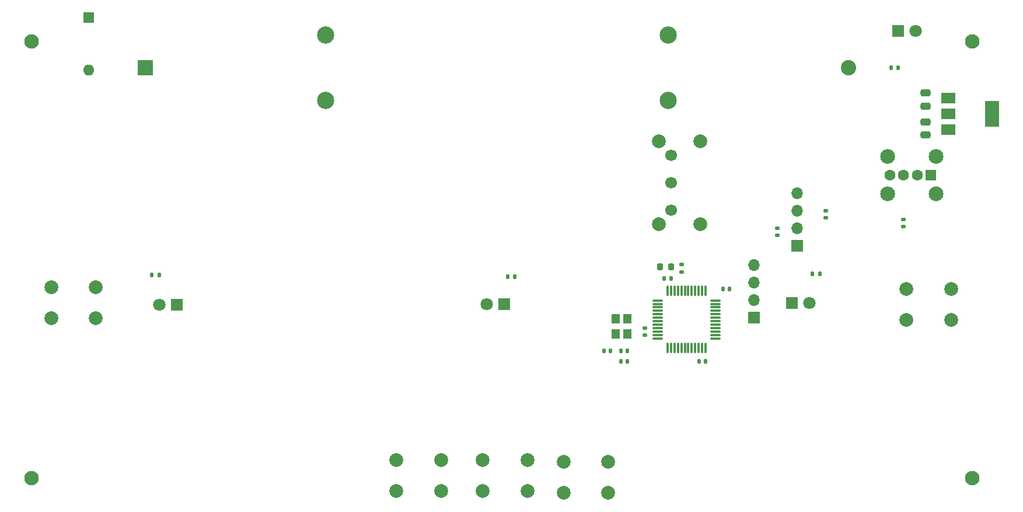
<source format=gbr>
%TF.GenerationSoftware,KiCad,Pcbnew,(6.0.5)*%
%TF.CreationDate,2022-08-19T06:06:55-03:00*%
%TF.ProjectId,chess_clock_proj,63686573-735f-4636-9c6f-636b5f70726f,v1.0*%
%TF.SameCoordinates,Original*%
%TF.FileFunction,Soldermask,Top*%
%TF.FilePolarity,Negative*%
%FSLAX46Y46*%
G04 Gerber Fmt 4.6, Leading zero omitted, Abs format (unit mm)*
G04 Created by KiCad (PCBNEW (6.0.5)) date 2022-08-19 06:06:55*
%MOMM*%
%LPD*%
G01*
G04 APERTURE LIST*
G04 Aperture macros list*
%AMRoundRect*
0 Rectangle with rounded corners*
0 $1 Rounding radius*
0 $2 $3 $4 $5 $6 $7 $8 $9 X,Y pos of 4 corners*
0 Add a 4 corners polygon primitive as box body*
4,1,4,$2,$3,$4,$5,$6,$7,$8,$9,$2,$3,0*
0 Add four circle primitives for the rounded corners*
1,1,$1+$1,$2,$3*
1,1,$1+$1,$4,$5*
1,1,$1+$1,$6,$7*
1,1,$1+$1,$8,$9*
0 Add four rect primitives between the rounded corners*
20,1,$1+$1,$2,$3,$4,$5,0*
20,1,$1+$1,$4,$5,$6,$7,0*
20,1,$1+$1,$6,$7,$8,$9,0*
20,1,$1+$1,$8,$9,$2,$3,0*%
G04 Aperture macros list end*
%ADD10RoundRect,0.135000X0.135000X0.185000X-0.135000X0.185000X-0.135000X-0.185000X0.135000X-0.185000X0*%
%ADD11C,2.100000*%
%ADD12R,1.600000X1.600000*%
%ADD13O,1.600000X1.600000*%
%ADD14C,2.000000*%
%ADD15RoundRect,0.140000X0.170000X-0.140000X0.170000X0.140000X-0.170000X0.140000X-0.170000X-0.140000X0*%
%ADD16RoundRect,0.225000X-0.225000X-0.250000X0.225000X-0.250000X0.225000X0.250000X-0.225000X0.250000X0*%
%ADD17RoundRect,0.135000X-0.185000X0.135000X-0.185000X-0.135000X0.185000X-0.135000X0.185000X0.135000X0*%
%ADD18C,1.600000*%
%ADD19C,2.150000*%
%ADD20RoundRect,0.135000X-0.135000X-0.185000X0.135000X-0.185000X0.135000X0.185000X-0.135000X0.185000X0*%
%ADD21C,2.500000*%
%ADD22R,2.230000X2.230000*%
%ADD23C,2.230000*%
%ADD24RoundRect,0.250000X0.475000X-0.250000X0.475000X0.250000X-0.475000X0.250000X-0.475000X-0.250000X0*%
%ADD25R,2.000000X1.500000*%
%ADD26R,2.000000X3.800000*%
%ADD27R,1.800000X1.800000*%
%ADD28C,1.800000*%
%ADD29R,1.700000X1.700000*%
%ADD30O,1.700000X1.700000*%
%ADD31RoundRect,0.135000X0.185000X-0.135000X0.185000X0.135000X-0.185000X0.135000X-0.185000X-0.135000X0*%
%ADD32RoundRect,0.075000X-0.662500X-0.075000X0.662500X-0.075000X0.662500X0.075000X-0.662500X0.075000X0*%
%ADD33RoundRect,0.075000X-0.075000X-0.662500X0.075000X-0.662500X0.075000X0.662500X-0.075000X0.662500X0*%
%ADD34RoundRect,0.140000X-0.140000X-0.170000X0.140000X-0.170000X0.140000X0.170000X-0.140000X0.170000X0*%
%ADD35R,1.200000X1.400000*%
%ADD36RoundRect,0.140000X0.140000X0.170000X-0.140000X0.170000X-0.140000X-0.170000X0.140000X-0.170000X0*%
%ADD37C,1.700000*%
G04 APERTURE END LIST*
D10*
%TO.C,R8*%
X205710000Y-66400000D03*
X204690000Y-66400000D03*
%TD*%
D11*
%TO.C,H4*%
X216520000Y-125980000D03*
%TD*%
D12*
%TO.C,SW7*%
X88300000Y-59132500D03*
D13*
X88300000Y-66752500D03*
%TD*%
D14*
%TO.C,SW6*%
X157185000Y-123580000D03*
X163685000Y-123580000D03*
X157185000Y-128080000D03*
X163685000Y-128080000D03*
%TD*%
D11*
%TO.C,H1*%
X80020000Y-62580000D03*
%TD*%
D15*
%TO.C,C3*%
X169000000Y-105180000D03*
X169000000Y-104220000D03*
%TD*%
D16*
%TO.C,C1*%
X171225000Y-95300000D03*
X172775000Y-95300000D03*
%TD*%
D17*
%TO.C,R4*%
X174300000Y-94990000D03*
X174300000Y-96010000D03*
%TD*%
D12*
%TO.C,J1*%
X210510000Y-82000000D03*
D18*
X208510000Y-82000000D03*
X206510000Y-82000000D03*
X204510000Y-82000000D03*
D19*
X211240000Y-79280000D03*
X204240000Y-84720000D03*
X204240000Y-79280000D03*
X211240000Y-84720000D03*
%TD*%
D14*
%TO.C,SW2*%
X145435000Y-123330000D03*
X151935000Y-123330000D03*
X151935000Y-127830000D03*
X145435000Y-127830000D03*
%TD*%
D20*
%TO.C,R1*%
X149090000Y-96700000D03*
X150110000Y-96700000D03*
%TD*%
D21*
%TO.C,J4*%
X172350000Y-61650000D03*
X122650000Y-61650000D03*
X122650000Y-71150000D03*
X172350000Y-71150000D03*
D22*
X96500000Y-66400000D03*
D23*
X198500000Y-66400000D03*
%TD*%
D14*
%TO.C,SW4*%
X139435000Y-123330000D03*
X132935000Y-123330000D03*
X132935000Y-127830000D03*
X139435000Y-127830000D03*
%TD*%
D11*
%TO.C,H2*%
X216520000Y-62580000D03*
%TD*%
D24*
%TO.C,C9*%
X209710000Y-76180000D03*
X209710000Y-74280000D03*
%TD*%
D10*
%TO.C,R2*%
X98510000Y-96500000D03*
X97490000Y-96500000D03*
%TD*%
D24*
%TO.C,C10*%
X209710000Y-71980000D03*
X209710000Y-70080000D03*
%TD*%
D25*
%TO.C,U2*%
X213050000Y-70800000D03*
D26*
X219350000Y-73100000D03*
D25*
X213050000Y-73100000D03*
X213050000Y-75400000D03*
%TD*%
D27*
%TO.C,D4*%
X205725000Y-61100000D03*
D28*
X208265000Y-61100000D03*
%TD*%
D29*
%TO.C,J2*%
X184842500Y-102622500D03*
D30*
X184842500Y-100082500D03*
X184842500Y-97542500D03*
X184842500Y-95002500D03*
%TD*%
D29*
%TO.C,J3*%
X191100000Y-92200000D03*
D30*
X191100000Y-89660000D03*
X191100000Y-87120000D03*
X191100000Y-84580000D03*
%TD*%
D31*
%TO.C,R5*%
X206500000Y-89410000D03*
X206500000Y-88390000D03*
%TD*%
D27*
%TO.C,D3*%
X190292500Y-100542500D03*
D28*
X192832500Y-100542500D03*
%TD*%
D14*
%TO.C,SW5*%
X206900000Y-103000000D03*
X213400000Y-103000000D03*
X213400000Y-98500000D03*
X206900000Y-98500000D03*
%TD*%
D32*
%TO.C,U1*%
X170880000Y-100172500D03*
X170880000Y-100672500D03*
X170880000Y-101172500D03*
X170880000Y-101672500D03*
X170880000Y-102172500D03*
X170880000Y-102672500D03*
X170880000Y-103172500D03*
X170880000Y-103672500D03*
X170880000Y-104172500D03*
X170880000Y-104672500D03*
X170880000Y-105172500D03*
X170880000Y-105672500D03*
D33*
X172292500Y-107085000D03*
X172792500Y-107085000D03*
X173292500Y-107085000D03*
X173792500Y-107085000D03*
X174292500Y-107085000D03*
X174792500Y-107085000D03*
X175292500Y-107085000D03*
X175792500Y-107085000D03*
X176292500Y-107085000D03*
X176792500Y-107085000D03*
X177292500Y-107085000D03*
X177792500Y-107085000D03*
D32*
X179205000Y-105672500D03*
X179205000Y-105172500D03*
X179205000Y-104672500D03*
X179205000Y-104172500D03*
X179205000Y-103672500D03*
X179205000Y-103172500D03*
X179205000Y-102672500D03*
X179205000Y-102172500D03*
X179205000Y-101672500D03*
X179205000Y-101172500D03*
X179205000Y-100672500D03*
X179205000Y-100172500D03*
D33*
X177792500Y-98760000D03*
X177292500Y-98760000D03*
X176792500Y-98760000D03*
X176292500Y-98760000D03*
X175792500Y-98760000D03*
X175292500Y-98760000D03*
X174792500Y-98760000D03*
X174292500Y-98760000D03*
X173792500Y-98760000D03*
X173292500Y-98760000D03*
X172792500Y-98760000D03*
X172292500Y-98760000D03*
%TD*%
D34*
%TO.C,C2*%
X171820000Y-97000000D03*
X172780000Y-97000000D03*
%TD*%
D20*
%TO.C,R3*%
X193332500Y-96322500D03*
X194352500Y-96322500D03*
%TD*%
D34*
%TO.C,C4*%
X180320000Y-98500000D03*
X181280000Y-98500000D03*
%TD*%
D35*
%TO.C,Y1*%
X164762500Y-102822500D03*
X164762500Y-105022500D03*
X166462500Y-105022500D03*
X166462500Y-102822500D03*
%TD*%
D36*
%TO.C,C6*%
X166452500Y-109032500D03*
X165492500Y-109032500D03*
%TD*%
D14*
%TO.C,SW1*%
X177050000Y-77100000D03*
X171050000Y-89100000D03*
X177050000Y-89100000D03*
X171050000Y-77100000D03*
D37*
X172800000Y-87100000D03*
X172800000Y-83100000D03*
X172800000Y-79100000D03*
%TD*%
D27*
%TO.C,D2*%
X101075000Y-100800000D03*
D28*
X98535000Y-100800000D03*
%TD*%
D36*
%TO.C,C5*%
X177812500Y-109000000D03*
X176852500Y-109000000D03*
%TD*%
D17*
%TO.C,R6*%
X188210000Y-89670000D03*
X188210000Y-90690000D03*
%TD*%
D34*
%TO.C,C7*%
X163052500Y-107522500D03*
X164012500Y-107522500D03*
%TD*%
D27*
%TO.C,D1*%
X148575000Y-100700000D03*
D28*
X146035000Y-100700000D03*
%TD*%
D36*
%TO.C,C8*%
X166462500Y-107522500D03*
X165502500Y-107522500D03*
%TD*%
D17*
%TO.C,R7*%
X195247500Y-87137500D03*
X195247500Y-88157500D03*
%TD*%
D11*
%TO.C,H3*%
X80020000Y-125980000D03*
%TD*%
D14*
%TO.C,SW3*%
X89360000Y-102750000D03*
X82860000Y-102750000D03*
X89360000Y-98250000D03*
X82860000Y-98250000D03*
%TD*%
M02*

</source>
